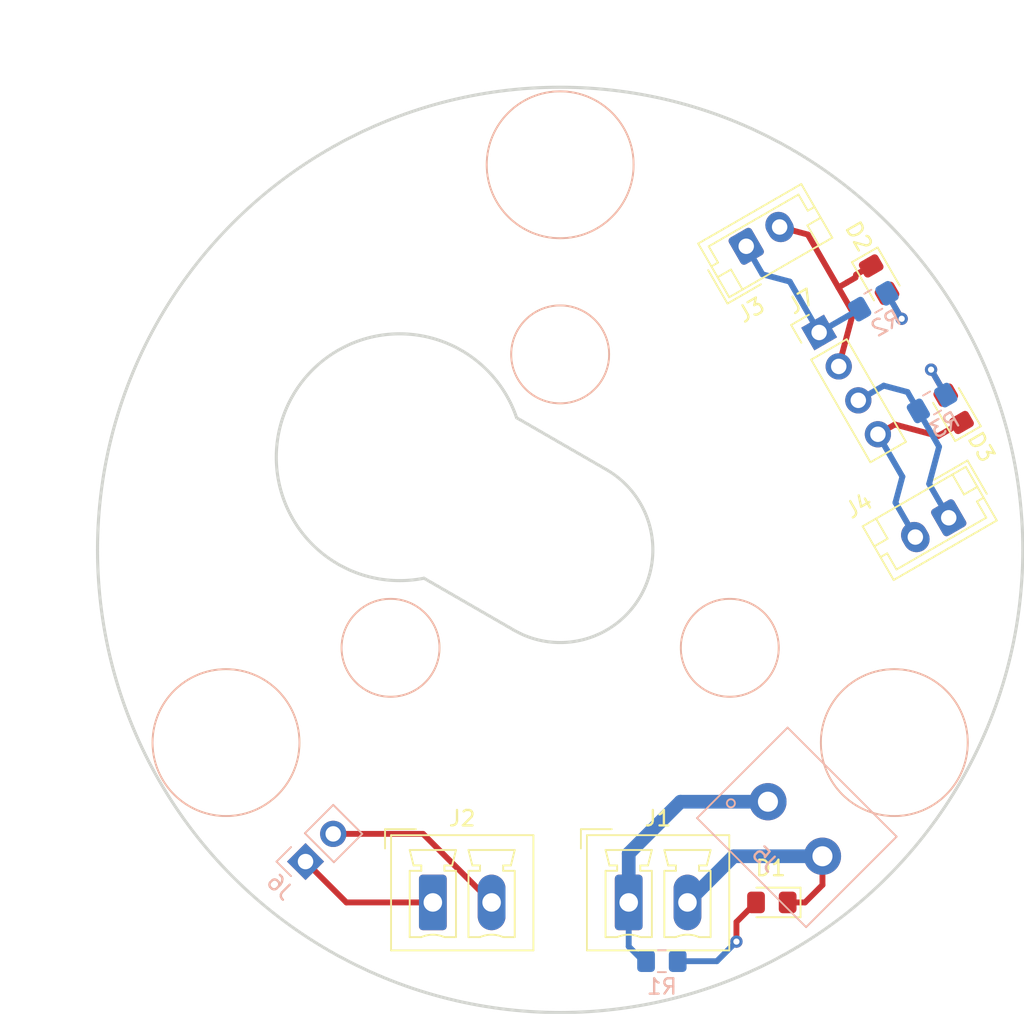
<source format=kicad_pcb>
(kicad_pcb (version 20171130) (host pcbnew "(5.1.5)-3")

  (general
    (thickness 1.6)
    (drawings 22)
    (tracks 52)
    (zones 0)
    (modules 19)
    (nets 12)
  )

  (page A4)
  (layers
    (0 F.Cu signal)
    (31 B.Cu signal)
    (32 B.Adhes user)
    (33 F.Adhes user)
    (34 B.Paste user)
    (35 F.Paste user)
    (36 B.SilkS user)
    (37 F.SilkS user)
    (38 B.Mask user)
    (39 F.Mask user)
    (40 Dwgs.User user)
    (41 Cmts.User user)
    (42 Eco1.User user)
    (43 Eco2.User user)
    (44 Edge.Cuts user)
    (45 Margin user)
    (46 B.CrtYd user)
    (47 F.CrtYd user)
    (48 B.Fab user hide)
    (49 F.Fab user hide)
  )

  (setup
    (last_trace_width 0.25)
    (user_trace_width 0.381)
    (user_trace_width 0.889)
    (trace_clearance 0.2)
    (zone_clearance 0.508)
    (zone_45_only no)
    (trace_min 0.2)
    (via_size 0.8)
    (via_drill 0.4)
    (via_min_size 0.4)
    (via_min_drill 0.3)
    (user_via 0.889 0.381)
    (uvia_size 0.3)
    (uvia_drill 0.1)
    (uvias_allowed no)
    (uvia_min_size 0.2)
    (uvia_min_drill 0.1)
    (edge_width 0.05)
    (segment_width 0.2)
    (pcb_text_width 0.3)
    (pcb_text_size 1.5 1.5)
    (mod_edge_width 0.12)
    (mod_text_size 1 1)
    (mod_text_width 0.15)
    (pad_size 1.524 1.524)
    (pad_drill 0.762)
    (pad_to_mask_clearance 0.051)
    (solder_mask_min_width 0.25)
    (aux_axis_origin 0 0)
    (grid_origin 150.076567 98.669202)
    (visible_elements 7FFFFFFF)
    (pcbplotparams
      (layerselection 0x010fc_ffffffff)
      (usegerberextensions false)
      (usegerberattributes false)
      (usegerberadvancedattributes false)
      (creategerberjobfile false)
      (excludeedgelayer true)
      (linewidth 0.100000)
      (plotframeref false)
      (viasonmask false)
      (mode 1)
      (useauxorigin false)
      (hpglpennumber 1)
      (hpglpenspeed 20)
      (hpglpendiameter 15.000000)
      (psnegative false)
      (psa4output false)
      (plotreference true)
      (plotvalue true)
      (plotinvisibletext false)
      (padsonsilk false)
      (subtractmaskfromsilk false)
      (outputformat 1)
      (mirror false)
      (drillshape 0)
      (scaleselection 1)
      (outputdirectory ""))
  )

  (net 0 "")
  (net 1 /HLed)
  (net 2 /Heater-)
  (net 3 /F1Led)
  (net 4 /Fan1-)
  (net 5 /F2Led)
  (net 6 /Fan2-)
  (net 7 /Heater+)
  (net 8 /Thermo1)
  (net 9 /Thermo2)
  (net 10 /Fan1+)
  (net 11 /Fan2+)

  (net_class Default "This is the default net class."
    (clearance 0.2)
    (trace_width 0.25)
    (via_dia 0.8)
    (via_drill 0.4)
    (uvia_dia 0.3)
    (uvia_drill 0.1)
    (add_net /F1Led)
    (add_net /F2Led)
    (add_net /Fan1+)
    (add_net /Fan1-)
    (add_net /Fan2+)
    (add_net /Fan2-)
    (add_net /HLed)
    (add_net /Heater+)
    (add_net /Heater-)
    (add_net /Thermo1)
    (add_net /Thermo2)
  )

  (module Connector_Phoenix_MC:PhoenixContact_MCV_1,5_2-G-3.81_1x02_P3.81mm_Vertical (layer F.Cu) (tedit 5B784ED1) (tstamp 5F130622)
    (at 141.821567 121.529202)
    (descr "Generic Phoenix Contact connector footprint for: MCV_1,5/2-G-3.81; number of pins: 02; pin pitch: 3.81mm; Vertical || order number: 1803426 8A 160V")
    (tags "phoenix_contact connector MCV_01x02_G_3.81mm")
    (path /5F12DE68)
    (fp_text reference J2 (at 1.9 -5.45) (layer F.SilkS)
      (effects (font (size 1 1) (thickness 0.15)))
    )
    (fp_text value Conn_01x02_Male (at 1.9 4.2) (layer F.Fab)
      (effects (font (size 1 1) (thickness 0.15)))
    )
    (fp_text user %R (at 1.9 -3.55) (layer F.Fab)
      (effects (font (size 1 1) (thickness 0.15)))
    )
    (fp_line (start -3.1 -4.75) (end -1.1 -4.75) (layer F.Fab) (width 0.1))
    (fp_line (start -3.1 -3.5) (end -3.1 -4.75) (layer F.Fab) (width 0.1))
    (fp_line (start -3.1 -4.75) (end -1.1 -4.75) (layer F.SilkS) (width 0.12))
    (fp_line (start -3.1 -3.5) (end -3.1 -4.75) (layer F.SilkS) (width 0.12))
    (fp_line (start 6.91 -4.75) (end -3.1 -4.75) (layer F.CrtYd) (width 0.05))
    (fp_line (start 6.91 3.5) (end 6.91 -4.75) (layer F.CrtYd) (width 0.05))
    (fp_line (start -3.1 3.5) (end 6.91 3.5) (layer F.CrtYd) (width 0.05))
    (fp_line (start -3.1 -4.75) (end -3.1 3.5) (layer F.CrtYd) (width 0.05))
    (fp_line (start 5.31 2.25) (end 4.56 2.25) (layer F.SilkS) (width 0.12))
    (fp_line (start 5.31 -2.05) (end 5.31 2.25) (layer F.SilkS) (width 0.12))
    (fp_line (start 4.56 -2.05) (end 5.31 -2.05) (layer F.SilkS) (width 0.12))
    (fp_line (start 4.56 -2.4) (end 4.56 -2.05) (layer F.SilkS) (width 0.12))
    (fp_line (start 5.06 -2.4) (end 4.56 -2.4) (layer F.SilkS) (width 0.12))
    (fp_line (start 5.31 -3.4) (end 5.06 -2.4) (layer F.SilkS) (width 0.12))
    (fp_line (start 2.31 -3.4) (end 5.31 -3.4) (layer F.SilkS) (width 0.12))
    (fp_line (start 2.56 -2.4) (end 2.31 -3.4) (layer F.SilkS) (width 0.12))
    (fp_line (start 3.06 -2.4) (end 2.56 -2.4) (layer F.SilkS) (width 0.12))
    (fp_line (start 3.06 -2.05) (end 3.06 -2.4) (layer F.SilkS) (width 0.12))
    (fp_line (start 2.31 -2.05) (end 3.06 -2.05) (layer F.SilkS) (width 0.12))
    (fp_line (start 2.31 2.25) (end 2.31 -2.05) (layer F.SilkS) (width 0.12))
    (fp_line (start 3.06 2.25) (end 2.31 2.25) (layer F.SilkS) (width 0.12))
    (fp_line (start 1.5 2.25) (end 0.75 2.25) (layer F.SilkS) (width 0.12))
    (fp_line (start 1.5 -2.05) (end 1.5 2.25) (layer F.SilkS) (width 0.12))
    (fp_line (start 0.75 -2.05) (end 1.5 -2.05) (layer F.SilkS) (width 0.12))
    (fp_line (start 0.75 -2.4) (end 0.75 -2.05) (layer F.SilkS) (width 0.12))
    (fp_line (start 1.25 -2.4) (end 0.75 -2.4) (layer F.SilkS) (width 0.12))
    (fp_line (start 1.5 -3.4) (end 1.25 -2.4) (layer F.SilkS) (width 0.12))
    (fp_line (start -1.5 -3.4) (end 1.5 -3.4) (layer F.SilkS) (width 0.12))
    (fp_line (start -1.25 -2.4) (end -1.5 -3.4) (layer F.SilkS) (width 0.12))
    (fp_line (start -0.75 -2.4) (end -1.25 -2.4) (layer F.SilkS) (width 0.12))
    (fp_line (start -0.75 -2.05) (end -0.75 -2.4) (layer F.SilkS) (width 0.12))
    (fp_line (start -1.5 -2.05) (end -0.75 -2.05) (layer F.SilkS) (width 0.12))
    (fp_line (start -1.5 2.25) (end -1.5 -2.05) (layer F.SilkS) (width 0.12))
    (fp_line (start -0.75 2.25) (end -1.5 2.25) (layer F.SilkS) (width 0.12))
    (fp_line (start 6.41 -4.25) (end -2.6 -4.25) (layer F.Fab) (width 0.1))
    (fp_line (start 6.41 3) (end 6.41 -4.25) (layer F.Fab) (width 0.1))
    (fp_line (start -2.6 3) (end 6.41 3) (layer F.Fab) (width 0.1))
    (fp_line (start -2.6 -4.25) (end -2.6 3) (layer F.Fab) (width 0.1))
    (fp_line (start 6.52 -4.36) (end -2.71 -4.36) (layer F.SilkS) (width 0.12))
    (fp_line (start 6.52 3.11) (end 6.52 -4.36) (layer F.SilkS) (width 0.12))
    (fp_line (start -2.71 3.11) (end 6.52 3.11) (layer F.SilkS) (width 0.12))
    (fp_line (start -2.71 -4.36) (end -2.71 3.11) (layer F.SilkS) (width 0.12))
    (fp_arc (start 3.81 3.95) (end 3.06 2.25) (angle 47.6) (layer F.SilkS) (width 0.12))
    (fp_arc (start 0 3.95) (end -0.75 2.25) (angle 47.6) (layer F.SilkS) (width 0.12))
    (pad 2 thru_hole oval (at 3.81 0) (size 1.8 3.6) (drill 1.2) (layers *.Cu *.Mask)
      (net 9 /Thermo2))
    (pad 1 thru_hole roundrect (at 0 0) (size 1.8 3.6) (drill 1.2) (layers *.Cu *.Mask) (roundrect_rratio 0.138889)
      (net 8 /Thermo1))
    (model ${KISYS3DMOD}/Connector_Phoenix_MC.3dshapes/PhoenixContact_MCV_1,5_2-G-3.81_1x02_P3.81mm_Vertical.wrl
      (at (xyz 0 0 0))
      (scale (xyz 1 1 1))
      (rotate (xyz 0 0 0))
    )
  )

  (module Connector_Phoenix_MC:PhoenixContact_MCV_1,5_2-G-3.81_1x02_P3.81mm_Vertical (layer F.Cu) (tedit 5B784ED1) (tstamp 5F130617)
    (at 154.521567 121.529202)
    (descr "Generic Phoenix Contact connector footprint for: MCV_1,5/2-G-3.81; number of pins: 02; pin pitch: 3.81mm; Vertical || order number: 1803426 8A 160V")
    (tags "phoenix_contact connector MCV_01x02_G_3.81mm")
    (path /5F12AC05)
    (fp_text reference J1 (at 1.9 -5.45) (layer F.SilkS)
      (effects (font (size 1 1) (thickness 0.15)))
    )
    (fp_text value Conn_01x02_Male (at 1.9 4.2) (layer F.Fab)
      (effects (font (size 1 1) (thickness 0.15)))
    )
    (fp_text user %R (at 1.9 -3.55) (layer F.Fab)
      (effects (font (size 1 1) (thickness 0.15)))
    )
    (fp_line (start -3.1 -4.75) (end -1.1 -4.75) (layer F.Fab) (width 0.1))
    (fp_line (start -3.1 -3.5) (end -3.1 -4.75) (layer F.Fab) (width 0.1))
    (fp_line (start -3.1 -4.75) (end -1.1 -4.75) (layer F.SilkS) (width 0.12))
    (fp_line (start -3.1 -3.5) (end -3.1 -4.75) (layer F.SilkS) (width 0.12))
    (fp_line (start 6.91 -4.75) (end -3.1 -4.75) (layer F.CrtYd) (width 0.05))
    (fp_line (start 6.91 3.5) (end 6.91 -4.75) (layer F.CrtYd) (width 0.05))
    (fp_line (start -3.1 3.5) (end 6.91 3.5) (layer F.CrtYd) (width 0.05))
    (fp_line (start -3.1 -4.75) (end -3.1 3.5) (layer F.CrtYd) (width 0.05))
    (fp_line (start 5.31 2.25) (end 4.56 2.25) (layer F.SilkS) (width 0.12))
    (fp_line (start 5.31 -2.05) (end 5.31 2.25) (layer F.SilkS) (width 0.12))
    (fp_line (start 4.56 -2.05) (end 5.31 -2.05) (layer F.SilkS) (width 0.12))
    (fp_line (start 4.56 -2.4) (end 4.56 -2.05) (layer F.SilkS) (width 0.12))
    (fp_line (start 5.06 -2.4) (end 4.56 -2.4) (layer F.SilkS) (width 0.12))
    (fp_line (start 5.31 -3.4) (end 5.06 -2.4) (layer F.SilkS) (width 0.12))
    (fp_line (start 2.31 -3.4) (end 5.31 -3.4) (layer F.SilkS) (width 0.12))
    (fp_line (start 2.56 -2.4) (end 2.31 -3.4) (layer F.SilkS) (width 0.12))
    (fp_line (start 3.06 -2.4) (end 2.56 -2.4) (layer F.SilkS) (width 0.12))
    (fp_line (start 3.06 -2.05) (end 3.06 -2.4) (layer F.SilkS) (width 0.12))
    (fp_line (start 2.31 -2.05) (end 3.06 -2.05) (layer F.SilkS) (width 0.12))
    (fp_line (start 2.31 2.25) (end 2.31 -2.05) (layer F.SilkS) (width 0.12))
    (fp_line (start 3.06 2.25) (end 2.31 2.25) (layer F.SilkS) (width 0.12))
    (fp_line (start 1.5 2.25) (end 0.75 2.25) (layer F.SilkS) (width 0.12))
    (fp_line (start 1.5 -2.05) (end 1.5 2.25) (layer F.SilkS) (width 0.12))
    (fp_line (start 0.75 -2.05) (end 1.5 -2.05) (layer F.SilkS) (width 0.12))
    (fp_line (start 0.75 -2.4) (end 0.75 -2.05) (layer F.SilkS) (width 0.12))
    (fp_line (start 1.25 -2.4) (end 0.75 -2.4) (layer F.SilkS) (width 0.12))
    (fp_line (start 1.5 -3.4) (end 1.25 -2.4) (layer F.SilkS) (width 0.12))
    (fp_line (start -1.5 -3.4) (end 1.5 -3.4) (layer F.SilkS) (width 0.12))
    (fp_line (start -1.25 -2.4) (end -1.5 -3.4) (layer F.SilkS) (width 0.12))
    (fp_line (start -0.75 -2.4) (end -1.25 -2.4) (layer F.SilkS) (width 0.12))
    (fp_line (start -0.75 -2.05) (end -0.75 -2.4) (layer F.SilkS) (width 0.12))
    (fp_line (start -1.5 -2.05) (end -0.75 -2.05) (layer F.SilkS) (width 0.12))
    (fp_line (start -1.5 2.25) (end -1.5 -2.05) (layer F.SilkS) (width 0.12))
    (fp_line (start -0.75 2.25) (end -1.5 2.25) (layer F.SilkS) (width 0.12))
    (fp_line (start 6.41 -4.25) (end -2.6 -4.25) (layer F.Fab) (width 0.1))
    (fp_line (start 6.41 3) (end 6.41 -4.25) (layer F.Fab) (width 0.1))
    (fp_line (start -2.6 3) (end 6.41 3) (layer F.Fab) (width 0.1))
    (fp_line (start -2.6 -4.25) (end -2.6 3) (layer F.Fab) (width 0.1))
    (fp_line (start 6.52 -4.36) (end -2.71 -4.36) (layer F.SilkS) (width 0.12))
    (fp_line (start 6.52 3.11) (end 6.52 -4.36) (layer F.SilkS) (width 0.12))
    (fp_line (start -2.71 3.11) (end 6.52 3.11) (layer F.SilkS) (width 0.12))
    (fp_line (start -2.71 -4.36) (end -2.71 3.11) (layer F.SilkS) (width 0.12))
    (fp_arc (start 3.81 3.95) (end 3.06 2.25) (angle 47.6) (layer F.SilkS) (width 0.12))
    (fp_arc (start 0 3.95) (end -0.75 2.25) (angle 47.6) (layer F.SilkS) (width 0.12))
    (pad 2 thru_hole oval (at 3.81 0) (size 1.8 3.6) (drill 1.2) (layers *.Cu *.Mask)
      (net 2 /Heater-))
    (pad 1 thru_hole roundrect (at 0 0) (size 1.8 3.6) (drill 1.2) (layers *.Cu *.Mask) (roundrect_rratio 0.138889)
      (net 7 /Heater+))
    (model ${KISYS3DMOD}/Connector_Phoenix_MC.3dshapes/PhoenixContact_MCV_1,5_2-G-3.81_1x02_P3.81mm_Vertical.wrl
      (at (xyz 0 0 0))
      (scale (xyz 1 1 1))
      (rotate (xyz 0 0 0))
    )
  )

  (module Connector_JST:JST_EH_B2B-EH-A_1x02_P2.50mm_Vertical (layer F.Cu) (tedit 5C28142C) (tstamp 5F130688)
    (at 175.271406 96.587947 210)
    (descr "JST EH series connector, B2B-EH-A (http://www.jst-mfg.com/product/pdf/eng/eEH.pdf), generated with kicad-footprint-generator")
    (tags "connector JST EH vertical")
    (path /5F12F358)
    (fp_text reference J4 (at 4.658501 3.585917 30) (layer F.SilkS)
      (effects (font (size 1 1) (thickness 0.15)))
    )
    (fp_text value Conn_01x02_Male (at 1.25 3.4 30) (layer F.Fab)
      (effects (font (size 1 1) (thickness 0.15)))
    )
    (fp_text user %R (at 1.25 1.5 30) (layer F.Fab)
      (effects (font (size 1 1) (thickness 0.15)))
    )
    (fp_line (start -2.91 2.61) (end -0.41 2.61) (layer F.Fab) (width 0.1))
    (fp_line (start -2.91 0.11) (end -2.91 2.61) (layer F.Fab) (width 0.1))
    (fp_line (start -2.91 2.61) (end -0.41 2.61) (layer F.SilkS) (width 0.12))
    (fp_line (start -2.91 0.11) (end -2.91 2.61) (layer F.SilkS) (width 0.12))
    (fp_line (start 4.11 0.81) (end 4.11 2.31) (layer F.SilkS) (width 0.12))
    (fp_line (start 5.11 0.81) (end 4.11 0.81) (layer F.SilkS) (width 0.12))
    (fp_line (start -1.61 0.81) (end -1.61 2.31) (layer F.SilkS) (width 0.12))
    (fp_line (start -2.61 0.81) (end -1.61 0.81) (layer F.SilkS) (width 0.12))
    (fp_line (start 4.61 0) (end 5.11 0) (layer F.SilkS) (width 0.12))
    (fp_line (start 4.61 -1.21) (end 4.61 0) (layer F.SilkS) (width 0.12))
    (fp_line (start -2.11 -1.21) (end 4.61 -1.21) (layer F.SilkS) (width 0.12))
    (fp_line (start -2.11 0) (end -2.11 -1.21) (layer F.SilkS) (width 0.12))
    (fp_line (start -2.61 0) (end -2.11 0) (layer F.SilkS) (width 0.12))
    (fp_line (start 5.11 -1.71) (end -2.61 -1.71) (layer F.SilkS) (width 0.12))
    (fp_line (start 5.11 2.31) (end 5.11 -1.71) (layer F.SilkS) (width 0.12))
    (fp_line (start -2.61 2.31) (end 5.11 2.31) (layer F.SilkS) (width 0.12))
    (fp_line (start -2.61 -1.71) (end -2.61 2.31) (layer F.SilkS) (width 0.12))
    (fp_line (start 5.5 -2.1) (end -3 -2.1) (layer F.CrtYd) (width 0.05))
    (fp_line (start 5.5 2.7) (end 5.5 -2.1) (layer F.CrtYd) (width 0.05))
    (fp_line (start -3 2.7) (end 5.5 2.7) (layer F.CrtYd) (width 0.05))
    (fp_line (start -3 -2.1) (end -3 2.7) (layer F.CrtYd) (width 0.05))
    (fp_line (start 5 -1.6) (end -2.5 -1.6) (layer F.Fab) (width 0.1))
    (fp_line (start 5 2.2) (end 5 -1.6) (layer F.Fab) (width 0.1))
    (fp_line (start -2.5 2.2) (end 5 2.2) (layer F.Fab) (width 0.1))
    (fp_line (start -2.5 -1.6) (end -2.5 2.2) (layer F.Fab) (width 0.1))
    (pad 2 thru_hole oval (at 2.5 0 210) (size 1.7 2) (drill 1) (layers *.Cu *.Mask)
      (net 6 /Fan2-))
    (pad 1 thru_hole roundrect (at 0 0 210) (size 1.7 2) (drill 1) (layers *.Cu *.Mask) (roundrect_rratio 0.147059)
      (net 11 /Fan2+))
    (model ${KISYS3DMOD}/Connector_JST.3dshapes/JST_EH_B2B-EH-A_1x02_P2.50mm_Vertical.wrl
      (at (xyz 0 0 0))
      (scale (xyz 1 1 1))
      (rotate (xyz 0 0 0))
    )
  )

  (module Connector_JST:JST_EH_B2B-EH-A_1x02_P2.50mm_Vertical (layer F.Cu) (tedit 5C28142C) (tstamp 5F130655)
    (at 162.141566 78.984201 30)
    (descr "JST EH series connector, B2B-EH-A (http://www.jst-mfg.com/product/pdf/eng/eEH.pdf), generated with kicad-footprint-generator")
    (tags "connector JST EH vertical")
    (path /5F12F352)
    (fp_text reference J3 (at -1.788787 3.733271 30) (layer F.SilkS)
      (effects (font (size 1 1) (thickness 0.15)))
    )
    (fp_text value Conn_01x02_Male (at 1.25 3.4 30) (layer F.Fab)
      (effects (font (size 1 1) (thickness 0.15)))
    )
    (fp_text user %R (at 1.25 1.5 30) (layer F.Fab)
      (effects (font (size 1 1) (thickness 0.15)))
    )
    (fp_line (start -2.91 2.61) (end -0.41 2.61) (layer F.Fab) (width 0.1))
    (fp_line (start -2.91 0.11) (end -2.91 2.61) (layer F.Fab) (width 0.1))
    (fp_line (start -2.91 2.61) (end -0.41 2.61) (layer F.SilkS) (width 0.12))
    (fp_line (start -2.91 0.11) (end -2.91 2.61) (layer F.SilkS) (width 0.12))
    (fp_line (start 4.11 0.81) (end 4.11 2.31) (layer F.SilkS) (width 0.12))
    (fp_line (start 5.11 0.81) (end 4.11 0.81) (layer F.SilkS) (width 0.12))
    (fp_line (start -1.61 0.81) (end -1.61 2.31) (layer F.SilkS) (width 0.12))
    (fp_line (start -2.61 0.81) (end -1.61 0.81) (layer F.SilkS) (width 0.12))
    (fp_line (start 4.61 0) (end 5.11 0) (layer F.SilkS) (width 0.12))
    (fp_line (start 4.61 -1.21) (end 4.61 0) (layer F.SilkS) (width 0.12))
    (fp_line (start -2.11 -1.21) (end 4.61 -1.21) (layer F.SilkS) (width 0.12))
    (fp_line (start -2.11 0) (end -2.11 -1.21) (layer F.SilkS) (width 0.12))
    (fp_line (start -2.61 0) (end -2.11 0) (layer F.SilkS) (width 0.12))
    (fp_line (start 5.11 -1.71) (end -2.61 -1.71) (layer F.SilkS) (width 0.12))
    (fp_line (start 5.11 2.31) (end 5.11 -1.71) (layer F.SilkS) (width 0.12))
    (fp_line (start -2.61 2.31) (end 5.11 2.31) (layer F.SilkS) (width 0.12))
    (fp_line (start -2.61 -1.71) (end -2.61 2.31) (layer F.SilkS) (width 0.12))
    (fp_line (start 5.5 -2.1) (end -3 -2.1) (layer F.CrtYd) (width 0.05))
    (fp_line (start 5.5 2.7) (end 5.5 -2.1) (layer F.CrtYd) (width 0.05))
    (fp_line (start -3 2.7) (end 5.5 2.7) (layer F.CrtYd) (width 0.05))
    (fp_line (start -3 -2.1) (end -3 2.7) (layer F.CrtYd) (width 0.05))
    (fp_line (start 5 -1.6) (end -2.5 -1.6) (layer F.Fab) (width 0.1))
    (fp_line (start 5 2.2) (end 5 -1.6) (layer F.Fab) (width 0.1))
    (fp_line (start -2.5 2.2) (end 5 2.2) (layer F.Fab) (width 0.1))
    (fp_line (start -2.5 -1.6) (end -2.5 2.2) (layer F.Fab) (width 0.1))
    (pad 2 thru_hole oval (at 2.5 0 30) (size 1.7 2) (drill 1) (layers *.Cu *.Mask)
      (net 4 /Fan1-))
    (pad 1 thru_hole roundrect (at 0 0 30) (size 1.7 2) (drill 1) (layers *.Cu *.Mask) (roundrect_rratio 0.147059)
      (net 10 /Fan1+))
    (model ${KISYS3DMOD}/Connector_JST.3dshapes/JST_EH_B2B-EH-A_1x02_P2.50mm_Vertical.wrl
      (at (xyz 0 0 0))
      (scale (xyz 1 1 1))
      (rotate (xyz 0 0 0))
    )
  )

  (module Resistor_SMD:R_0805_2012Metric_Pad1.15x1.40mm_HandSolder (layer B.Cu) (tedit 5B36C52B) (tstamp 5F1306F4)
    (at 174.190787 89.146259 30)
    (descr "Resistor SMD 0805 (2012 Metric), square (rectangular) end terminal, IPC_7351 nominal with elongated pad for handsoldering. (Body size source: https://docs.google.com/spreadsheets/d/1BsfQQcO9C6DZCsRaXUlFlo91Tg2WpOkGARC1WS5S8t0/edit?usp=sharing), generated with kicad-footprint-generator")
    (tags "resistor handsolder")
    (path /5F134706)
    (attr smd)
    (fp_text reference R3 (at 0 1.65 210) (layer B.SilkS)
      (effects (font (size 1 1) (thickness 0.15)) (justify mirror))
    )
    (fp_text value R (at 0 -1.65 210) (layer B.Fab)
      (effects (font (size 1 1) (thickness 0.15)) (justify mirror))
    )
    (fp_text user %R (at 0 0 210) (layer B.Fab)
      (effects (font (size 0.5 0.5) (thickness 0.08)) (justify mirror))
    )
    (fp_line (start 1.85 -0.95) (end -1.85 -0.95) (layer B.CrtYd) (width 0.05))
    (fp_line (start 1.85 0.95) (end 1.85 -0.95) (layer B.CrtYd) (width 0.05))
    (fp_line (start -1.85 0.95) (end 1.85 0.95) (layer B.CrtYd) (width 0.05))
    (fp_line (start -1.85 -0.95) (end -1.85 0.95) (layer B.CrtYd) (width 0.05))
    (fp_line (start -0.261252 -0.71) (end 0.261252 -0.71) (layer B.SilkS) (width 0.12))
    (fp_line (start -0.261252 0.71) (end 0.261252 0.71) (layer B.SilkS) (width 0.12))
    (fp_line (start 1 -0.6) (end -1 -0.6) (layer B.Fab) (width 0.1))
    (fp_line (start 1 0.6) (end 1 -0.6) (layer B.Fab) (width 0.1))
    (fp_line (start -1 0.6) (end 1 0.6) (layer B.Fab) (width 0.1))
    (fp_line (start -1 -0.6) (end -1 0.6) (layer B.Fab) (width 0.1))
    (pad 2 smd roundrect (at 1.025 0 30) (size 1.15 1.4) (layers B.Cu B.Paste B.Mask) (roundrect_rratio 0.217391)
      (net 5 /F2Led))
    (pad 1 smd roundrect (at -1.025 0 30) (size 1.15 1.4) (layers B.Cu B.Paste B.Mask) (roundrect_rratio 0.217391)
      (net 11 /Fan2+))
    (model ${KISYS3DMOD}/Resistor_SMD.3dshapes/R_0805_2012Metric.wrl
      (at (xyz 0 0 0))
      (scale (xyz 1 1 1))
      (rotate (xyz 0 0 0))
    )
  )

  (module Resistor_SMD:R_0805_2012Metric_Pad1.15x1.40mm_HandSolder (layer B.Cu) (tedit 5B36C52B) (tstamp 5F1306E3)
    (at 170.380787 82.547146 30)
    (descr "Resistor SMD 0805 (2012 Metric), square (rectangular) end terminal, IPC_7351 nominal with elongated pad for handsoldering. (Body size source: https://docs.google.com/spreadsheets/d/1BsfQQcO9C6DZCsRaXUlFlo91Tg2WpOkGARC1WS5S8t0/edit?usp=sharing), generated with kicad-footprint-generator")
    (tags "resistor handsolder")
    (path /5F134013)
    (attr smd)
    (fp_text reference R2 (at 0 1.65 30) (layer B.SilkS)
      (effects (font (size 1 1) (thickness 0.15)) (justify mirror))
    )
    (fp_text value R (at 0 -1.65 30) (layer B.Fab)
      (effects (font (size 1 1) (thickness 0.15)) (justify mirror))
    )
    (fp_text user %R (at 0 0 30) (layer B.Fab)
      (effects (font (size 0.5 0.5) (thickness 0.08)) (justify mirror))
    )
    (fp_line (start 1.85 -0.95) (end -1.85 -0.95) (layer B.CrtYd) (width 0.05))
    (fp_line (start 1.85 0.95) (end 1.85 -0.95) (layer B.CrtYd) (width 0.05))
    (fp_line (start -1.85 0.95) (end 1.85 0.95) (layer B.CrtYd) (width 0.05))
    (fp_line (start -1.85 -0.95) (end -1.85 0.95) (layer B.CrtYd) (width 0.05))
    (fp_line (start -0.261252 -0.71) (end 0.261252 -0.71) (layer B.SilkS) (width 0.12))
    (fp_line (start -0.261252 0.71) (end 0.261252 0.71) (layer B.SilkS) (width 0.12))
    (fp_line (start 1 -0.6) (end -1 -0.6) (layer B.Fab) (width 0.1))
    (fp_line (start 1 0.6) (end 1 -0.6) (layer B.Fab) (width 0.1))
    (fp_line (start -1 0.6) (end 1 0.6) (layer B.Fab) (width 0.1))
    (fp_line (start -1 -0.6) (end -1 0.6) (layer B.Fab) (width 0.1))
    (pad 2 smd roundrect (at 1.025 0 30) (size 1.15 1.4) (layers B.Cu B.Paste B.Mask) (roundrect_rratio 0.217391)
      (net 3 /F1Led))
    (pad 1 smd roundrect (at -1.025 0 30) (size 1.15 1.4) (layers B.Cu B.Paste B.Mask) (roundrect_rratio 0.217391)
      (net 10 /Fan1+))
    (model ${KISYS3DMOD}/Resistor_SMD.3dshapes/R_0805_2012Metric.wrl
      (at (xyz 0 0 0))
      (scale (xyz 1 1 1))
      (rotate (xyz 0 0 0))
    )
  )

  (module Resistor_SMD:R_0805_2012Metric_Pad1.15x1.40mm_HandSolder (layer B.Cu) (tedit 5B36C52B) (tstamp 5F1306D2)
    (at 156.671567 125.339202)
    (descr "Resistor SMD 0805 (2012 Metric), square (rectangular) end terminal, IPC_7351 nominal with elongated pad for handsoldering. (Body size source: https://docs.google.com/spreadsheets/d/1BsfQQcO9C6DZCsRaXUlFlo91Tg2WpOkGARC1WS5S8t0/edit?usp=sharing), generated with kicad-footprint-generator")
    (tags "resistor handsolder")
    (path /5F1320D8)
    (attr smd)
    (fp_text reference R1 (at 0 1.65) (layer B.SilkS)
      (effects (font (size 1 1) (thickness 0.15)) (justify mirror))
    )
    (fp_text value R (at 0 -1.65) (layer B.Fab)
      (effects (font (size 1 1) (thickness 0.15)) (justify mirror))
    )
    (fp_text user %R (at 0 0) (layer B.Fab)
      (effects (font (size 0.5 0.5) (thickness 0.08)) (justify mirror))
    )
    (fp_line (start 1.85 -0.95) (end -1.85 -0.95) (layer B.CrtYd) (width 0.05))
    (fp_line (start 1.85 0.95) (end 1.85 -0.95) (layer B.CrtYd) (width 0.05))
    (fp_line (start -1.85 0.95) (end 1.85 0.95) (layer B.CrtYd) (width 0.05))
    (fp_line (start -1.85 -0.95) (end -1.85 0.95) (layer B.CrtYd) (width 0.05))
    (fp_line (start -0.261252 -0.71) (end 0.261252 -0.71) (layer B.SilkS) (width 0.12))
    (fp_line (start -0.261252 0.71) (end 0.261252 0.71) (layer B.SilkS) (width 0.12))
    (fp_line (start 1 -0.6) (end -1 -0.6) (layer B.Fab) (width 0.1))
    (fp_line (start 1 0.6) (end 1 -0.6) (layer B.Fab) (width 0.1))
    (fp_line (start -1 0.6) (end 1 0.6) (layer B.Fab) (width 0.1))
    (fp_line (start -1 -0.6) (end -1 0.6) (layer B.Fab) (width 0.1))
    (pad 2 smd roundrect (at 1.025 0) (size 1.15 1.4) (layers B.Cu B.Paste B.Mask) (roundrect_rratio 0.217391)
      (net 1 /HLed))
    (pad 1 smd roundrect (at -1.025 0) (size 1.15 1.4) (layers B.Cu B.Paste B.Mask) (roundrect_rratio 0.217391)
      (net 7 /Heater+))
    (model ${KISYS3DMOD}/Resistor_SMD.3dshapes/R_0805_2012Metric.wrl
      (at (xyz 0 0 0))
      (scale (xyz 1 1 1))
      (rotate (xyz 0 0 0))
    )
  )

  (module Connector_PinHeader_2.54mm:PinHeader_1x04_P2.54mm_Vertical (layer F.Cu) (tedit 59FED5CC) (tstamp 5F1306C1)
    (at 166.869054 84.574646 30)
    (descr "Through hole straight pin header, 1x04, 2.54mm pitch, single row")
    (tags "Through hole pin header THT 1x04 2.54mm single row")
    (path /5F12F496)
    (fp_text reference J7 (at 0 -2.33 30) (layer F.SilkS)
      (effects (font (size 1 1) (thickness 0.15)))
    )
    (fp_text value Conn_01x04_Male (at 0 9.95 30) (layer F.Fab)
      (effects (font (size 1 1) (thickness 0.15)))
    )
    (fp_text user %R (at 0 3.81 120) (layer F.Fab)
      (effects (font (size 1 1) (thickness 0.15)))
    )
    (fp_line (start 1.8 -1.8) (end -1.8 -1.8) (layer F.CrtYd) (width 0.05))
    (fp_line (start 1.8 9.4) (end 1.8 -1.8) (layer F.CrtYd) (width 0.05))
    (fp_line (start -1.8 9.4) (end 1.8 9.4) (layer F.CrtYd) (width 0.05))
    (fp_line (start -1.8 -1.8) (end -1.8 9.4) (layer F.CrtYd) (width 0.05))
    (fp_line (start -1.33 -1.33) (end 0 -1.33) (layer F.SilkS) (width 0.12))
    (fp_line (start -1.33 0) (end -1.33 -1.33) (layer F.SilkS) (width 0.12))
    (fp_line (start -1.33 1.27) (end 1.33 1.27) (layer F.SilkS) (width 0.12))
    (fp_line (start 1.33 1.27) (end 1.33 8.95) (layer F.SilkS) (width 0.12))
    (fp_line (start -1.33 1.27) (end -1.33 8.95) (layer F.SilkS) (width 0.12))
    (fp_line (start -1.33 8.95) (end 1.33 8.95) (layer F.SilkS) (width 0.12))
    (fp_line (start -1.27 -0.635) (end -0.635 -1.27) (layer F.Fab) (width 0.1))
    (fp_line (start -1.27 8.89) (end -1.27 -0.635) (layer F.Fab) (width 0.1))
    (fp_line (start 1.27 8.89) (end -1.27 8.89) (layer F.Fab) (width 0.1))
    (fp_line (start 1.27 -1.27) (end 1.27 8.89) (layer F.Fab) (width 0.1))
    (fp_line (start -0.635 -1.27) (end 1.27 -1.27) (layer F.Fab) (width 0.1))
    (pad 4 thru_hole oval (at 0 7.62 30) (size 1.7 1.7) (drill 1) (layers *.Cu *.Mask)
      (net 6 /Fan2-))
    (pad 3 thru_hole oval (at 0 5.08 30) (size 1.7 1.7) (drill 1) (layers *.Cu *.Mask)
      (net 11 /Fan2+))
    (pad 2 thru_hole oval (at 0 2.54 30) (size 1.7 1.7) (drill 1) (layers *.Cu *.Mask)
      (net 4 /Fan1-))
    (pad 1 thru_hole rect (at 0 0 30) (size 1.7 1.7) (drill 1) (layers *.Cu *.Mask)
      (net 10 /Fan1+))
    (model ${KISYS3DMOD}/Connector_PinHeader_2.54mm.3dshapes/PinHeader_1x04_P2.54mm_Vertical.wrl
      (at (xyz 0 0 0))
      (scale (xyz 1 1 1))
      (rotate (xyz 0 0 0))
    )
  )

  (module Connector_PinHeader_2.54mm:PinHeader_1x02_P2.54mm_Vertical (layer B.Cu) (tedit 59FED5CC) (tstamp 5F1306A9)
    (at 133.566566 118.880252 315)
    (descr "Through hole straight pin header, 1x02, 2.54mm pitch, single row")
    (tags "Through hole pin header THT 1x02 2.54mm single row")
    (path /5F12E134)
    (fp_text reference J6 (at 0 2.33 315) (layer B.SilkS)
      (effects (font (size 1 1) (thickness 0.15)) (justify mirror))
    )
    (fp_text value Conn_01x02_Male (at 0 -4.87 315) (layer B.Fab)
      (effects (font (size 1 1) (thickness 0.15)) (justify mirror))
    )
    (fp_text user %R (at 0 -1.27 45) (layer B.Fab)
      (effects (font (size 1 1) (thickness 0.15)) (justify mirror))
    )
    (fp_line (start 1.8 1.8) (end -1.8 1.8) (layer B.CrtYd) (width 0.05))
    (fp_line (start 1.8 -4.35) (end 1.8 1.8) (layer B.CrtYd) (width 0.05))
    (fp_line (start -1.8 -4.35) (end 1.8 -4.35) (layer B.CrtYd) (width 0.05))
    (fp_line (start -1.8 1.8) (end -1.8 -4.35) (layer B.CrtYd) (width 0.05))
    (fp_line (start -1.33 1.33) (end 0 1.33) (layer B.SilkS) (width 0.12))
    (fp_line (start -1.33 0) (end -1.33 1.33) (layer B.SilkS) (width 0.12))
    (fp_line (start -1.33 -1.27) (end 1.33 -1.27) (layer B.SilkS) (width 0.12))
    (fp_line (start 1.33 -1.27) (end 1.33 -3.87) (layer B.SilkS) (width 0.12))
    (fp_line (start -1.33 -1.27) (end -1.33 -3.87) (layer B.SilkS) (width 0.12))
    (fp_line (start -1.33 -3.87) (end 1.33 -3.87) (layer B.SilkS) (width 0.12))
    (fp_line (start -1.27 0.635) (end -0.635 1.27) (layer B.Fab) (width 0.1))
    (fp_line (start -1.27 -3.81) (end -1.27 0.635) (layer B.Fab) (width 0.1))
    (fp_line (start 1.27 -3.81) (end -1.27 -3.81) (layer B.Fab) (width 0.1))
    (fp_line (start 1.27 1.27) (end 1.27 -3.81) (layer B.Fab) (width 0.1))
    (fp_line (start -0.635 1.27) (end 1.27 1.27) (layer B.Fab) (width 0.1))
    (pad 2 thru_hole oval (at 0 -2.54 315) (size 1.7 1.7) (drill 1) (layers *.Cu *.Mask)
      (net 9 /Thermo2))
    (pad 1 thru_hole rect (at 0 0 315) (size 1.7 1.7) (drill 1) (layers *.Cu *.Mask)
      (net 8 /Thermo1))
    (model ${KISYS3DMOD}/Connector_PinHeader_2.54mm.3dshapes/PinHeader_1x02_P2.54mm_Vertical.wrl
      (at (xyz 0 0 0))
      (scale (xyz 1 1 1))
      (rotate (xyz 0 0 0))
    )
  )

  (module 0MiscParts:2_Pin_5mm (layer B.Cu) (tedit 5EECA103) (tstamp 5F130693)
    (at 165.316566 116.766702 315)
    (path /5F12E363)
    (fp_text reference J5 (at 0 2.75 315) (layer B.SilkS)
      (effects (font (size 1 1) (thickness 0.15)) (justify mirror))
    )
    (fp_text value Conn_01x02_Male (at 0 -2.286 315) (layer B.Fab)
      (effects (font (size 1 1) (thickness 0.15)) (justify mirror))
    )
    (fp_circle (center -4.1275 1.770183) (end -4.064 1.516183) (layer B.SilkS) (width 0.12))
    (fp_line (start -5 4) (end -5 -4.3) (layer B.SilkS) (width 0.12))
    (fp_line (start -5 -4.3) (end 5 -4.3) (layer B.SilkS) (width 0.12))
    (fp_line (start 5 -4.3) (end 5 4) (layer B.SilkS) (width 0.12))
    (fp_line (start -5 4) (end 5 4) (layer B.SilkS) (width 0.12))
    (pad 1 thru_hole circle (at -2.5 0 315) (size 2.413 2.413) (drill 1.3) (layers *.Cu *.Mask)
      (net 7 /Heater+))
    (pad 2 thru_hole circle (at 2.5 0 315) (size 2.413 2.413) (drill 1.3) (layers *.Cu *.Mask)
      (net 2 /Heater-))
  )

  (module 0MiscParts:MountingHole_6-32_3-8 (layer F.Cu) (tedit 5F12B160) (tstamp 5F13060C)
    (at 128.410365 111.166002)
    (path /5F138E47)
    (fp_text reference H6 (at 0 2.032) (layer F.Fab)
      (effects (font (size 1 1) (thickness 0.15)))
    )
    (fp_text value MountingHole (at 0 -2.032) (layer F.Fab)
      (effects (font (size 1 1) (thickness 0.15)))
    )
    (fp_circle (center 0 0) (end 4.7625 0) (layer B.SilkS) (width 0.12))
    (fp_circle (center 0 0) (end 4.7625 0) (layer F.SilkS) (width 0.12))
    (pad "" np_thru_hole circle (at 0 0) (size 3.556 3.556) (drill 3.556) (layers *.Cu *.Mask))
  )

  (module 0MiscParts:MountingHole_6-32_3-8 (layer F.Cu) (tedit 5F12B160) (tstamp 5F130605)
    (at 150.076566 73.701003)
    (path /5F138E41)
    (fp_text reference H5 (at 0 2.032) (layer F.Fab)
      (effects (font (size 1 1) (thickness 0.15)))
    )
    (fp_text value MountingHole (at 0 -2.032) (layer F.Fab)
      (effects (font (size 1 1) (thickness 0.15)))
    )
    (fp_circle (center 0 0) (end 4.7625 0) (layer B.SilkS) (width 0.12))
    (fp_circle (center 0 0) (end 4.7625 0) (layer F.SilkS) (width 0.12))
    (pad "" np_thru_hole circle (at 0 0) (size 3.556 3.556) (drill 3.556) (layers *.Cu *.Mask))
  )

  (module 0MiscParts:MountingHole_6-32_3-8 (layer F.Cu) (tedit 5F12B160) (tstamp 5F1305FE)
    (at 171.742766 111.166003)
    (path /5F138E3B)
    (fp_text reference H4 (at 0 2.032) (layer F.Fab)
      (effects (font (size 1 1) (thickness 0.15)))
    )
    (fp_text value MountingHole (at 0 -2.032) (layer F.Fab)
      (effects (font (size 1 1) (thickness 0.15)))
    )
    (fp_circle (center 0 0) (end 4.7625 0) (layer B.SilkS) (width 0.12))
    (fp_circle (center 0 0) (end 4.7625 0) (layer F.SilkS) (width 0.12))
    (pad "" np_thru_hole circle (at 0 0) (size 3.556 3.556) (drill 3.556) (layers *.Cu *.Mask))
  )

  (module "0MiscParts:MountingHole _1-8_1-4" (layer F.Cu) (tedit 5E4292CA) (tstamp 5F1305F7)
    (at 139.078365 105.019202)
    (path /5F137FCD)
    (fp_text reference H3 (at 0 2.032) (layer F.Fab)
      (effects (font (size 1 1) (thickness 0.15)))
    )
    (fp_text value MountingHole (at 0 -2.032) (layer F.Fab)
      (effects (font (size 1 1) (thickness 0.15)))
    )
    (fp_circle (center 0 0) (end 3.175 0) (layer B.SilkS) (width 0.12))
    (fp_circle (center 0 0) (end 3.175 0) (layer F.SilkS) (width 0.12))
    (pad "" np_thru_hole circle (at 0 0) (size 3.175 3.175) (drill 3.175) (layers *.Cu *.Mask))
  )

  (module "0MiscParts:MountingHole _1-8_1-4" (layer F.Cu) (tedit 5E4292CA) (tstamp 5F1305F0)
    (at 161.074767 105.019201)
    (path /5F137D2D)
    (fp_text reference H2 (at 0 2.032) (layer F.Fab)
      (effects (font (size 1 1) (thickness 0.15)))
    )
    (fp_text value MountingHole (at 0 -2.032) (layer F.Fab)
      (effects (font (size 1 1) (thickness 0.15)))
    )
    (fp_circle (center 0 0) (end 3.175 0) (layer B.SilkS) (width 0.12))
    (fp_circle (center 0 0) (end 3.175 0) (layer F.SilkS) (width 0.12))
    (pad "" np_thru_hole circle (at 0 0) (size 3.175 3.175) (drill 3.175) (layers *.Cu *.Mask))
  )

  (module "0MiscParts:MountingHole _1-8_1-4" (layer F.Cu) (tedit 5E4292CA) (tstamp 5F1305E9)
    (at 150.076565 85.994602)
    (path /5F13798E)
    (fp_text reference H1 (at 0 2.032) (layer F.Fab)
      (effects (font (size 1 1) (thickness 0.15)))
    )
    (fp_text value MountingHole (at 0 -2.032) (layer F.Fab)
      (effects (font (size 1 1) (thickness 0.15)))
    )
    (fp_circle (center 0 0) (end 3.175 0) (layer B.SilkS) (width 0.12))
    (fp_circle (center 0 0) (end 3.175 0) (layer F.SilkS) (width 0.12))
    (pad "" np_thru_hole circle (at 0 0) (size 3.175 3.175) (drill 3.175) (layers *.Cu *.Mask))
  )

  (module LED_SMD:LED_0805_2012Metric_Pad1.15x1.40mm_HandSolder (layer F.Cu) (tedit 5B4B45C9) (tstamp 5F1305E2)
    (at 175.590963 89.521435 120)
    (descr "LED SMD 0805 (2012 Metric), square (rectangular) end terminal, IPC_7351 nominal, (Body size source: https://docs.google.com/spreadsheets/d/1BsfQQcO9C6DZCsRaXUlFlo91Tg2WpOkGARC1WS5S8t0/edit?usp=sharing), generated with kicad-footprint-generator")
    (tags "LED handsolder")
    (path /5F134700)
    (attr smd)
    (fp_text reference D3 (at -3.043276 0.310575 120) (layer F.SilkS)
      (effects (font (size 1 1) (thickness 0.15)))
    )
    (fp_text value LED (at 0 1.65 120) (layer F.Fab)
      (effects (font (size 1 1) (thickness 0.15)))
    )
    (fp_text user %R (at 0 0 120) (layer F.Fab)
      (effects (font (size 0.5 0.5) (thickness 0.08)))
    )
    (fp_line (start 1.85 0.95) (end -1.85 0.95) (layer F.CrtYd) (width 0.05))
    (fp_line (start 1.85 -0.95) (end 1.85 0.95) (layer F.CrtYd) (width 0.05))
    (fp_line (start -1.85 -0.95) (end 1.85 -0.95) (layer F.CrtYd) (width 0.05))
    (fp_line (start -1.85 0.95) (end -1.85 -0.95) (layer F.CrtYd) (width 0.05))
    (fp_line (start -1.86 0.96) (end 1 0.96) (layer F.SilkS) (width 0.12))
    (fp_line (start -1.86 -0.96) (end -1.86 0.96) (layer F.SilkS) (width 0.12))
    (fp_line (start 1 -0.96) (end -1.86 -0.96) (layer F.SilkS) (width 0.12))
    (fp_line (start 1 0.6) (end 1 -0.6) (layer F.Fab) (width 0.1))
    (fp_line (start -1 0.6) (end 1 0.6) (layer F.Fab) (width 0.1))
    (fp_line (start -1 -0.3) (end -1 0.6) (layer F.Fab) (width 0.1))
    (fp_line (start -0.7 -0.6) (end -1 -0.3) (layer F.Fab) (width 0.1))
    (fp_line (start 1 -0.6) (end -0.7 -0.6) (layer F.Fab) (width 0.1))
    (pad 2 smd roundrect (at 1.025 0 120) (size 1.15 1.4) (layers F.Cu F.Paste F.Mask) (roundrect_rratio 0.217391)
      (net 5 /F2Led))
    (pad 1 smd roundrect (at -1.025 0 120) (size 1.15 1.4) (layers F.Cu F.Paste F.Mask) (roundrect_rratio 0.217391)
      (net 6 /Fan2-))
    (model ${KISYS3DMOD}/LED_SMD.3dshapes/LED_0805_2012Metric.wrl
      (at (xyz 0 0 0))
      (scale (xyz 1 1 1))
      (rotate (xyz 0 0 0))
    )
  )

  (module LED_SMD:LED_0805_2012Metric_Pad1.15x1.40mm_HandSolder (layer F.Cu) (tedit 5B4B45C9) (tstamp 5F1305CF)
    (at 170.755963 81.14697 300)
    (descr "LED SMD 0805 (2012 Metric), square (rectangular) end terminal, IPC_7351 nominal, (Body size source: https://docs.google.com/spreadsheets/d/1BsfQQcO9C6DZCsRaXUlFlo91Tg2WpOkGARC1WS5S8t0/edit?usp=sharing), generated with kicad-footprint-generator")
    (tags "LED handsolder")
    (path /5F13400D)
    (attr smd)
    (fp_text reference D2 (at -3.078886 -0.262749 120) (layer F.SilkS)
      (effects (font (size 1 1) (thickness 0.15)))
    )
    (fp_text value LED (at 0 1.65 120) (layer F.Fab)
      (effects (font (size 1 1) (thickness 0.15)))
    )
    (fp_text user %R (at 0 0 120) (layer F.Fab)
      (effects (font (size 0.5 0.5) (thickness 0.08)))
    )
    (fp_line (start 1.85 0.95) (end -1.85 0.95) (layer F.CrtYd) (width 0.05))
    (fp_line (start 1.85 -0.95) (end 1.85 0.95) (layer F.CrtYd) (width 0.05))
    (fp_line (start -1.85 -0.95) (end 1.85 -0.95) (layer F.CrtYd) (width 0.05))
    (fp_line (start -1.85 0.95) (end -1.85 -0.95) (layer F.CrtYd) (width 0.05))
    (fp_line (start -1.86 0.96) (end 1 0.96) (layer F.SilkS) (width 0.12))
    (fp_line (start -1.86 -0.96) (end -1.86 0.96) (layer F.SilkS) (width 0.12))
    (fp_line (start 1 -0.96) (end -1.86 -0.96) (layer F.SilkS) (width 0.12))
    (fp_line (start 1 0.6) (end 1 -0.6) (layer F.Fab) (width 0.1))
    (fp_line (start -1 0.6) (end 1 0.6) (layer F.Fab) (width 0.1))
    (fp_line (start -1 -0.3) (end -1 0.6) (layer F.Fab) (width 0.1))
    (fp_line (start -0.7 -0.6) (end -1 -0.3) (layer F.Fab) (width 0.1))
    (fp_line (start 1 -0.6) (end -0.7 -0.6) (layer F.Fab) (width 0.1))
    (pad 2 smd roundrect (at 1.025 0 300) (size 1.15 1.4) (layers F.Cu F.Paste F.Mask) (roundrect_rratio 0.217391)
      (net 3 /F1Led))
    (pad 1 smd roundrect (at -1.025 0 300) (size 1.15 1.4) (layers F.Cu F.Paste F.Mask) (roundrect_rratio 0.217391)
      (net 4 /Fan1-))
    (model ${KISYS3DMOD}/LED_SMD.3dshapes/LED_0805_2012Metric.wrl
      (at (xyz 0 0 0))
      (scale (xyz 1 1 1))
      (rotate (xyz 0 0 0))
    )
  )

  (module LED_SMD:LED_0805_2012Metric_Pad1.15x1.40mm_HandSolder (layer F.Cu) (tedit 5B4B45C9) (tstamp 5F1305BC)
    (at 163.801567 121.529202 180)
    (descr "LED SMD 0805 (2012 Metric), square (rectangular) end terminal, IPC_7351 nominal, (Body size source: https://docs.google.com/spreadsheets/d/1BsfQQcO9C6DZCsRaXUlFlo91Tg2WpOkGARC1WS5S8t0/edit?usp=sharing), generated with kicad-footprint-generator")
    (tags "LED handsolder")
    (path /5F131757)
    (attr smd)
    (fp_text reference D1 (at 0.0725 2.2225) (layer F.SilkS)
      (effects (font (size 1 1) (thickness 0.15)))
    )
    (fp_text value LED (at 0 1.65) (layer F.Fab)
      (effects (font (size 1 1) (thickness 0.15)))
    )
    (fp_text user %R (at 0 0) (layer F.Fab)
      (effects (font (size 0.5 0.5) (thickness 0.08)))
    )
    (fp_line (start 1.85 0.95) (end -1.85 0.95) (layer F.CrtYd) (width 0.05))
    (fp_line (start 1.85 -0.95) (end 1.85 0.95) (layer F.CrtYd) (width 0.05))
    (fp_line (start -1.85 -0.95) (end 1.85 -0.95) (layer F.CrtYd) (width 0.05))
    (fp_line (start -1.85 0.95) (end -1.85 -0.95) (layer F.CrtYd) (width 0.05))
    (fp_line (start -1.86 0.96) (end 1 0.96) (layer F.SilkS) (width 0.12))
    (fp_line (start -1.86 -0.96) (end -1.86 0.96) (layer F.SilkS) (width 0.12))
    (fp_line (start 1 -0.96) (end -1.86 -0.96) (layer F.SilkS) (width 0.12))
    (fp_line (start 1 0.6) (end 1 -0.6) (layer F.Fab) (width 0.1))
    (fp_line (start -1 0.6) (end 1 0.6) (layer F.Fab) (width 0.1))
    (fp_line (start -1 -0.3) (end -1 0.6) (layer F.Fab) (width 0.1))
    (fp_line (start -0.7 -0.6) (end -1 -0.3) (layer F.Fab) (width 0.1))
    (fp_line (start 1 -0.6) (end -0.7 -0.6) (layer F.Fab) (width 0.1))
    (pad 2 smd roundrect (at 1.025 0 180) (size 1.15 1.4) (layers F.Cu F.Paste F.Mask) (roundrect_rratio 0.217391)
      (net 1 /HLed))
    (pad 1 smd roundrect (at -1.025 0 180) (size 1.15 1.4) (layers F.Cu F.Paste F.Mask) (roundrect_rratio 0.217391)
      (net 2 /Heater-))
    (model ${KISYS3DMOD}/LED_SMD.3dshapes/LED_0805_2012Metric.wrl
      (at (xyz 0 0 0))
      (scale (xyz 1 1 1))
      (rotate (xyz 0 0 0))
    )
  )

  (dimension 59.69 (width 0.15) (layer Dwgs.User)
    (gr_text "2.3500 in" (at 115.121568 98.669202 -89.99999808) (layer Dwgs.User)
      (effects (font (size 1 1) (thickness 0.15)))
    )
    (feature1 (pts (xy 120.231565 68.824202) (xy 115.835146 68.824202)))
    (feature2 (pts (xy 120.231567 128.514202) (xy 115.835148 128.514202)))
    (crossbar (pts (xy 116.421569 128.514202) (xy 116.421567 68.824202)))
    (arrow1a (pts (xy 116.421567 68.824202) (xy 117.007988 69.950706)))
    (arrow1b (pts (xy 116.421567 68.824202) (xy 115.835146 69.950706)))
    (arrow2a (pts (xy 116.421569 128.514202) (xy 117.00799 127.387698)))
    (arrow2b (pts (xy 116.421569 128.514202) (xy 115.835148 127.387698)))
  )
  (dimension 59.690001 (width 0.15) (layer Dwgs.User)
    (gr_text "2.3500 in" (at 150.076565 63.714202 9.598890694e-07) (layer Dwgs.User)
      (effects (font (size 1 1) (thickness 0.15)))
    )
    (feature1 (pts (xy 179.921566 68.824201) (xy 179.921566 64.427781)))
    (feature2 (pts (xy 120.231565 68.824202) (xy 120.231565 64.427782)))
    (crossbar (pts (xy 120.231565 65.014203) (xy 179.921566 65.014202)))
    (arrow1a (pts (xy 179.921566 65.014202) (xy 178.795062 65.600623)))
    (arrow1b (pts (xy 179.921566 65.014202) (xy 178.795062 64.427781)))
    (arrow2a (pts (xy 120.231565 65.014203) (xy 121.358069 65.600624)))
    (arrow2b (pts (xy 120.231565 65.014203) (xy 121.358069 64.427782)))
  )
  (gr_circle (center 150.254365 98.847002) (end 167.716866 98.847002) (layer Dwgs.User) (width 0.05))
  (gr_line (start 147.073015 103.871503) (end 141.245318 100.506881) (layer Edge.Cuts) (width 0.2))
  (gr_line (start 147.252418 90.102278) (end 153.080115 93.466901) (layer Edge.Cuts) (width 0.2))
  (gr_line (start 150.076566 98.669202) (end 125.946566 128.514202) (layer Dwgs.User) (width 0.15))
  (gr_line (start 150.076566 98.669202) (end 174.206566 128.514202) (layer Dwgs.User) (width 0.15))
  (gr_line (start 179.921565 128.514202) (end 120.231567 128.514202) (layer Dwgs.User) (width 0.15) (tstamp 5F13112F))
  (gr_line (start 179.921566 68.824201) (end 179.921565 128.514202) (layer Dwgs.User) (width 0.15))
  (gr_line (start 120.231565 68.824202) (end 179.921566 68.824201) (layer Dwgs.User) (width 0.15))
  (gr_line (start 120.231567 128.514202) (end 120.231565 68.824202) (layer Dwgs.User) (width 0.15))
  (gr_line (start 150.076566 98.669202) (end 150.076566 128.514202) (layer Dwgs.User) (width 0.12))
  (gr_line (start 150.076566 98.669202) (end 175.923093 83.746701) (layer Dwgs.User) (width 0.12))
  (gr_circle (center 161.075089 105.019201) (end 162.662589 105.019201) (layer Dwgs.User) (width 0.2))
  (gr_arc (start 139.671964 92.662101) (end 147.252418 90.102278) (angle -262.7) (layer Edge.Cuts) (width 0.2))
  (gr_arc (start 150.076566 98.669202) (end 147.073015 103.871503) (angle -180) (layer Edge.Cuts) (width 0.2))
  (gr_circle (center 150.076565 85.969202) (end 151.664065 85.969202) (layer Dwgs.User) (width 0.2))
  (gr_circle (center 128.431473 111.166002) (end 130.209474 111.166003) (layer Dwgs.User) (width 0.2))
  (gr_circle (center 171.721658 111.166003) (end 173.499659 111.166001) (layer Dwgs.User) (width 0.2))
  (gr_circle (center 150.076566 98.669202) (end 180.073965 98.669203) (layer Edge.Cuts) (width 0.2))
  (gr_circle (center 139.078045 105.019201) (end 140.665544 105.019202) (layer Dwgs.User) (width 0.2))
  (gr_circle (center 150.076565 73.675602) (end 151.854565 73.675602) (layer Dwgs.User) (width 0.2))

  (segment (start 162.776566 121.529201) (end 162.776567 121.529202) (width 0.381) (layer F.Cu) (net 1))
  (segment (start 157.696567 125.339202) (end 160.236567 125.339202) (width 0.381) (layer B.Cu) (net 1))
  (segment (start 160.236567 125.339202) (end 161.506567 124.069202) (width 0.381) (layer B.Cu) (net 1))
  (segment (start 161.506567 124.069202) (end 161.506567 124.069202) (width 0.381) (layer B.Cu) (net 1) (tstamp 5F1376EE))
  (via (at 161.506567 124.069202) (size 0.8) (drill 0.4) (layers F.Cu B.Cu) (net 1))
  (segment (start 161.506567 122.799202) (end 162.776567 121.529202) (width 0.381) (layer F.Cu) (net 1))
  (segment (start 161.506567 124.069202) (end 161.506567 122.799202) (width 0.381) (layer F.Cu) (net 1))
  (segment (start 167.084333 118.851968) (end 167.084333 120.396436) (width 0.381) (layer F.Cu) (net 2))
  (segment (start 165.951567 121.529202) (end 164.826567 121.529202) (width 0.381) (layer F.Cu) (net 2))
  (segment (start 167.084333 120.396436) (end 165.951567 121.529202) (width 0.381) (layer F.Cu) (net 2))
  (segment (start 161.3263 118.534469) (end 167.084333 118.534469) (width 0.889) (layer B.Cu) (net 2))
  (segment (start 158.331567 121.529202) (end 161.3263 118.534469) (width 0.889) (layer B.Cu) (net 2))
  (via (at 172.220963 83.684424) (size 0.8) (drill 0.4) (layers F.Cu B.Cu) (net 3))
  (segment (start 171.268463 82.034646) (end 172.220963 83.684424) (width 0.381) (layer F.Cu) (net 3))
  (segment (start 172.220963 83.684424) (end 171.268463 82.034646) (width 0.381) (layer B.Cu) (net 3))
  (segment (start 166.135605 78.224274) (end 164.306629 77.734201) (width 0.381) (layer F.Cu) (net 4))
  (segment (start 168.139054 86.77435) (end 169.068759 83.304646) (width 0.381) (layer F.Cu) (net 4))
  (segment (start 168.116259 81.654867) (end 168.666185 81.337367) (width 0.381) (layer F.Cu) (net 4))
  (segment (start 168.116259 81.654867) (end 166.135605 78.224274) (width 0.381) (layer F.Cu) (net 4))
  (segment (start 169.068759 83.304646) (end 168.116259 81.654867) (width 0.381) (layer F.Cu) (net 4))
  (segment (start 170.243463 80.259293) (end 169.269185 80.821793) (width 0.381) (layer F.Cu) (net 4))
  (segment (start 169.269185 80.821793) (end 169.216111 81.019867) (width 0.381) (layer F.Cu) (net 4))
  (segment (start 169.216111 81.019867) (end 168.666185 81.337367) (width 0.381) (layer F.Cu) (net 4))
  (via (at 174.125963 86.983981) (size 0.8) (drill 0.4) (layers F.Cu B.Cu) (net 5))
  (segment (start 175.078463 88.633759) (end 174.125963 86.983981) (width 0.381) (layer F.Cu) (net 5))
  (segment (start 174.125963 86.983981) (end 175.078463 88.633759) (width 0.381) (layer B.Cu) (net 5))
  (segment (start 173.106343 97.837947) (end 171.816343 95.603601) (width 0.381) (layer B.Cu) (net 6))
  (segment (start 172.266554 93.92339) (end 170.679054 91.173759) (width 0.381) (layer B.Cu) (net 6))
  (segment (start 171.816343 95.603601) (end 172.266554 93.92339) (width 0.381) (layer B.Cu) (net 6))
  (segment (start 171.778906 90.538759) (end 170.679054 91.173759) (width 0.381) (layer F.Cu) (net 6))
  (segment (start 176.103463 90.409111) (end 174.579258 91.289111) (width 0.381) (layer F.Cu) (net 6))
  (segment (start 174.579258 91.289111) (end 171.778906 90.538759) (width 0.381) (layer F.Cu) (net 6))
  (segment (start 155.646567 125.339202) (end 155.474067 125.339202) (width 0.381) (layer B.Cu) (net 7))
  (segment (start 154.521567 124.386702) (end 154.521567 121.529202) (width 0.381) (layer B.Cu) (net 7))
  (segment (start 155.474067 125.339202) (end 154.521567 124.386702) (width 0.381) (layer B.Cu) (net 7))
  (segment (start 154.521567 121.529202) (end 154.521567 118.354202) (width 0.889) (layer B.Cu) (net 7) (status 1000000))
  (segment (start 154.521567 118.354202) (end 157.876834 114.998935) (width 0.889) (layer B.Cu) (net 7) (status 1000000))
  (segment (start 157.876834 114.998935) (end 163.548799 114.998935) (width 0.889) (layer B.Cu) (net 7) (status 1000000))
  (segment (start 136.215514 121.529201) (end 133.566566 118.880252) (width 0.381) (layer F.Cu) (net 8))
  (segment (start 141.861566 121.529201) (end 136.215514 121.529201) (width 0.381) (layer F.Cu) (net 8))
  (segment (start 141.186566 117.084201) (end 145.631567 121.529202) (width 0.381) (layer F.Cu) (net 9))
  (segment (start 135.362617 117.084201) (end 141.186566 117.084201) (width 0.381) (layer F.Cu) (net 9))
  (segment (start 166.869054 84.574646) (end 169.493111 83.059646) (width 0.381) (layer B.Cu) (net 10))
  (segment (start 162.141566 78.984201) (end 163.18972 80.799657) (width 0.381) (layer B.Cu) (net 10))
  (segment (start 164.964054 81.275089) (end 166.869054 84.574646) (width 0.381) (layer B.Cu) (net 10))
  (segment (start 163.18972 80.799657) (end 164.964054 81.275089) (width 0.381) (layer B.Cu) (net 10))
  (segment (start 169.409054 88.974055) (end 171.058832 88.021555) (width 0.381) (layer B.Cu) (net 11))
  (segment (start 172.595611 88.433333) (end 173.303111 89.658759) (width 0.381) (layer B.Cu) (net 11))
  (segment (start 171.058832 88.021555) (end 172.595611 88.433333) (width 0.381) (layer B.Cu) (net 11))
  (segment (start 173.303111 89.658759) (end 174.645611 91.984037) (width 0.381) (layer B.Cu) (net 11))
  (segment (start 174.001406 94.388242) (end 175.271406 96.587947) (width 0.381) (layer B.Cu) (net 11))
  (segment (start 174.645611 91.984037) (end 174.001406 94.388242) (width 0.381) (layer B.Cu) (net 11))

)

</source>
